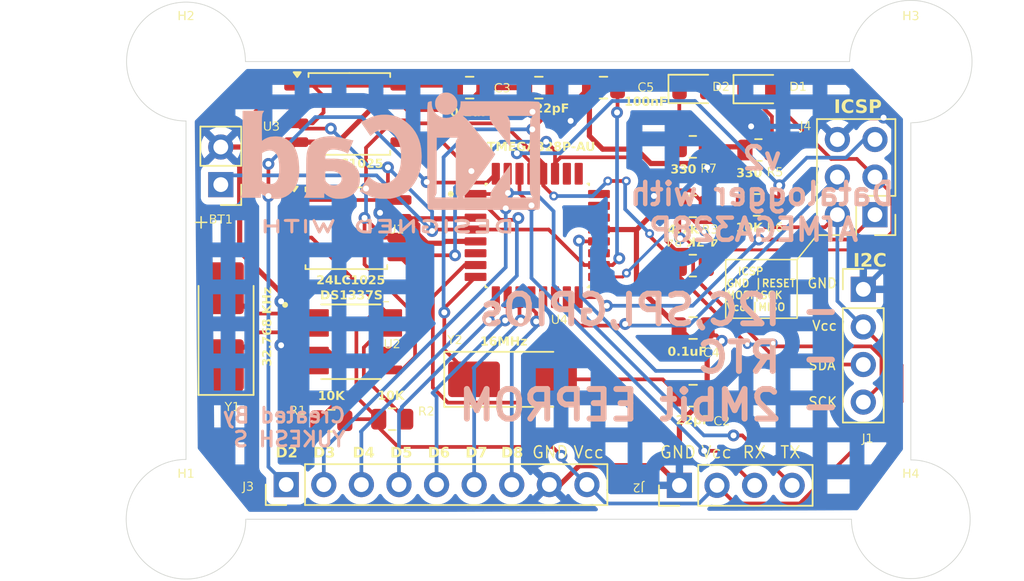
<source format=kicad_pcb>
(kicad_pcb (version 20241229) (generator "pcbnew") (generator_version "9.0")
  (title_block (title "MCU Datalogger with memory and Clock") (date "2025-12-15") (rev "1") (company "YUKESH.S  2024104010") (comment 1 "2 layer PCB version."))
  (layers (0 "F.Cu" mixed) (2 "B.Cu" mixed) (13 "F.Paste" user) (15 "B.Paste" user) (5 "F.SilkS" user "F.Silkscreen") (7 "B.SilkS" user "B.Silkscreen") (1 "F.Mask" user) (3 "B.Mask" user) (25 "Edge.Cuts" user))
  (net 0 "")
  (net 1 "GND")
  (net 2 "/Vcc")
  (net 3 "Net-(U4-PB6)")
  (net 4 "Net-(U4-PB7)")
  (net 5 "Net-(U4-AREF)")
  (net 6 "/SCK")
  (net 7 "Net-(D1-K)")
  (net 8 "Net-(D2-K)")
  (net 9 "/SDA")
  (net 10 "/RX")
  (net 11 "/TX")
  (net 12 "/D4")
  (net 13 "/D2")
  (net 14 "/D7")
  (net 15 "/D3")
  (net 16 "/D8")
  (net 17 "/D6")
  (net 18 "/D5")
  (net 19 "/MISO")
  (net 20 "/MOSI")
  (net 21 "/RESET")
  (net 22 "Net-(U2-~{INTA})")
  (net 23 "Net-(U2-SQW{slash}~INT)")
  (net 24 "Net-(U2-X1)")
  (net 25 "Net-(U2-X2)")
  (net 35 "/SCL")
  (footprint "MountingHole:MountingHole_2.1mm" (layer "F.Cu") (at 149.984735 123.438)
    (property "Reference" "H4")
    (property "Value" "MountingHole" (hide yes))
  )
  (footprint "Connector_PinHeader_2.54mm:PinHeader_2x03_P2.54mm_Vertical" (layer "F.Cu") (at 147.5617 102.859 180)
    (property "Reference" "J4")
    (property "Value" "Conn_02x03_Odd_Even" (hide yes))
  )
  (footprint "Resistor_SMD:R_0805_2012Metric" (layer "F.Cu") (at 135.2539 98.2746)
    (property "Reference" "R7")
    (property "Value" "330")
  )
  (footprint "LED_SMD:LED_0805_2012Metric" (layer "F.Cu") (at 139.6875 94.375)
    (property "Reference" "D1")
    (property "Value" "LED" (hide yes))
  )
  (footprint "Resistor_SMD:R_0805_2012Metric" (layer "F.Cu") (at 139.5859 102.1982)
    (property "Reference" "R6")
    (property "Value" "10K")
  )
  (footprint "MountingHole:MountingHole_2.1mm" (layer "F.Cu") (at 149.984735 92.513)
    (property "Reference" "H3")
    (property "Value" "MountingHole" (hide yes))
  )
  (footprint "Capacitor_SMD:C_0805_2012Metric" (layer "F.Cu") (at 120.1755 94.2738)
    (property "Reference" "C1")
    (property "Value" "0.1uF")
  )
  (footprint "Capacitor_SMD:C_0805_2012Metric" (layer "F.Cu") (at 124.8491 94.2738 180)
    (property "Reference" "C3")
    (property "Value" "22pF")
  )
  (footprint "Package_SO:SOIC-8_5.3x5.3mm_P1.27mm" (layer "F.Cu") (at 112.0475 96.0518)
    (property "Reference" "U3")
    (property "Value" "24LC1025")
  )
  (footprint "Resistor_SMD:R_0805_2012Metric" (layer "F.Cu") (at 135.2539 102.2878)
    (property "Reference" "R3")
    (property "Value" "4.7K")
  )
  (footprint "Resistor_SMD:R_0805_2012Metric" (layer "F.Cu") (at 139.6875 98.4898)
    (property "Reference" "R5")
    (property "Value" "330")
  )
  (footprint "Connector_PinHeader_2.54mm:PinHeader_1x02_P2.54mm_Vertical" (layer "F.Cu") (at 103.3607 100.827 180)
    (property "Reference" "BT1")
    (property "Value" "Battery" (hide yes))
  )
  (footprint "Resistor_SMD:R_0805_2012Metric" (layer "F.Cu") (at 110.8283 116.7782 180)
    (property "Reference" "R1")
    (property "Value" "10K")
  )
  (footprint "LED_SMD:LED_0805_2012Metric" (layer "F.Cu") (at 135.2939 94.363)
    (property "Reference" "D2")
    (property "Value" "LED" (hide yes))
  )
  (footprint "Capacitor_SMD:C_0805_2012Metric" (layer "F.Cu") (at 135.2739 115.0894)
    (property "Reference" "C2")
    (property "Value" "22pF")
  )
  (footprint "Footprints:RT-CLOCK_SOIC127P600X175-8N" (layer "F.Cu") (at 112.1491 111.4442)
    (property "Reference" "U2")
    (property "Value" "DS1337S_")
  )
  (footprint "Footprints:ATMEGA328P-AUQFP80P900X900X120-32N" (layer "F.Cu") (at 124.7439 104.263)
    (property "Reference" "U4")
    (property "Value" "ATMEGA328P-AU")
  )
  (footprint "Connector_PinHeader_2.54mm:PinHeader_1x09_P2.54mm_Vertical" (layer "F.Cu") (at 107.7803 121.0962 90)
    (property "Reference" "J3")
    (property "Value" "Conn_01x09_Pin" (hide yes))
  )
  (footprint "Crystal:Crystal_SMD_5032-2Pin_5.0x3.2mm_HandSoldering" (layer "F.Cu") (at 103.7163 110.4282 90)
    (property "Reference" "Y1")
    (property "Value" "32.768 KHz")
  )
  (footprint "Crystal:Crystal_SMD_5032-2Pin_5.0x3.2mm_HandSoldering" (layer "F.Cu") (at 123.0711 113.9842)
    (property "Reference" "Y2")
    (property "Value" "16MHz")
  )
  (footprint "Connector_PinHeader_2.54mm:PinHeader_1x04_P2.54mm_Vertical" (layer "F.Cu") (at 134.3487 121.147 90)
    (property "Reference" "J2")
    (property "Value" "Conn_01x04_Pin" (hide yes))
  )
  (footprint "Connector_PinHeader_2.54mm:PinHeader_1x04_P2.54mm_Vertical" (layer "F.Cu") (at 146.7739 107.903)
    (property "Reference" "J1")
    (property "Value" "Conn_01x04_Pin" (hide yes))
  )
  (footprint "Resistor_SMD:R_0805_2012Metric" (layer "F.Cu") (at 114.9431 116.6766)
    (property "Reference" "R2")
    (property "Value" "10K")
  )
  (footprint "MountingHole:MountingHole_2.1mm" (layer "F.Cu") (at 101.009735 123.438)
    (property "Reference" "H1")
    (property "Value" "MountingHole" (hide yes))
  )
  (footprint "MountingHole:MountingHole_2.1mm" (layer "F.Cu") (at 101.009735 92.513)
    (property "Reference" "H2")
    (property "Value" "MountingHole" (hide yes))
  )
  (footprint "Package_SO:SOIC-8_5.3x5.3mm_P1.27mm" (layer "F.Cu") (at 111.8443 103.7734)
    (property "Reference" "U1")
    (property "Value" "24LC1025")
  )
  (footprint "Capacitor_SMD:C_0805_2012Metric" (layer "F.Cu") (at 135.2739 110.5174)
    (property "Reference" "C4")
    (property "Value" "0.1uF")
  )
  (footprint "Capacitor_SMD:C_0805_2012Metric" (layer "F.Cu") (at 129.2179 94.2738 180)
    (property "Reference" "C5")
    (property "Value" "100nF")
  )
  (footprint "Resistor_SMD:R_0805_2012Metric" (layer "F.Cu") (at 135.2539 106.301 180)
    (property "Reference" "R4")
    (property "Value" "4.7K")
  )
  (footprint "Symbol:KiCad-Logo2_8mm_SilkScreen" (layer "B.Cu") (at 114.8075 98.5418 180)
    (property "Reference" "REF**" (hide yes))
    (property "Value" "KiCad-Logo2_8mm_SilkScreen" (hide yes))
  )
  (gr_line (start 142.3035 105.893) (end 143.6417 104.239) (stroke (width 0.1)) (layer "F.SilkS"))
  (gr_rect (start 137.4775 105.893) (end 142.3035 109.855) (stroke (width 0.1)) (fill no) (layer "F.SilkS"))
  (gr_line (start 105.05 123.438) (end 145.975 123.438) (stroke (width 0.05)) (layer "Edge.Cuts"))
  (gr_arc (start 145.85 92.513) (mid 152.908434 89.589301) (end 149.984735 96.647735) (stroke (width 0.05)) (layer "Edge.Cuts"))
  (gr_arc (start 101.009735 96.528265) (mid 98.170514 89.673779) (end 105.025 92.513) (stroke (width 0.05)) (layer "Edge.Cuts"))
  (gr_line (start 101.009735 119.397735) (end 101.009735 96.528265) (stroke (width 0.05)) (layer "Edge.Cuts"))
  (gr_arc (start 149.984735 119.428265) (mid 152.820046 126.273311) (end 145.975 123.438) (stroke (width 0.05)) (layer "Edge.Cuts"))
  (gr_arc (start 105.05 123.438) (mid 98.152836 126.294899) (end 101.009735 119.397735) (stroke (width 0.05)) (layer "Edge.Cuts"))
  (gr_line (start 149.984735 96.647699) (end 149.984735 119.428265) (stroke (width 0.05)) (layer "Edge.Cuts"))
  (gr_line (start 105.025005 92.513) (end 145.85 92.513) (stroke (width 0.05)) (layer "Edge.Cuts"))
  (gr_text "SCK" (at 143.002 115.9 0) (layer "F.SilkS") (effects (font (size 0.65 0.65) (thickness 0.1)) (justify left bottom)))
  (gr_text "TX" (at 141.097 119.38 0) (layer "F.SilkS") (effects (font (size 0.8 0.8) (thickness 0.1)) (justify left bottom)))
  (gr_text "ICSP" (at 144.78 96.139 0) (layer "F.SilkS") (effects (font (size 0.9 0.9) (thickness 0.1)) (justify left bottom)))
  (gr_text "D5" (at 114.808 119.38 0) (layer "F.SilkS") (effects (font (size 0.7 0.7) (thickness 0.1)) (justify left bottom)))
  (gr_text "Vcc" (at 127.127 119.38 0) (layer "F.SilkS") (effects (font (size 0.8 0.8) (thickness 0.1)) (justify left bottom)))
  (gr_text "I2C" (at 146.0839 106.523 0) (layer "F.SilkS") (effects (font (size 0.9 0.9) (thickness 0.1)) (justify left bottom)))
  (gr_text "SDA" (at 143.002 113.411 0) (layer "F.SilkS") (effects (font (size 0.65 0.65) (thickness 0.1)) (justify left bottom)))
  (gr_text "  ICSP\nGND |RESET\nMOSI|SCK\nVcc |MISO" (at 137.4775 109.398 0) (layer "F.SilkS") (effects (font (size 0.5 0.5) (thickness 0.1)) (justify left bottom)))
  (gr_text "D4" (at 112.268 119.38 0) (layer "F.SilkS") (effects (font (size 0.7 0.7) (thickness 0.1)) (justify left bottom)))
  (gr_text "GND" (at 132.9687 119.38 0) (layer "F.SilkS") (effects (font (size 0.8 0.8) (thickness 0.1)) (justify left bottom)))
  (gr_text "RX" (at 138.557 119.38 0) (layer "F.SilkS") (effects (font (size 0.8 0.8) (thickness 0.1)) (justify left bottom)))
  (gr_text "GND" (at 124.333 119.38 0) (layer "F.SilkS") (effects (font (size 0.8 0.8) (thickness 0.1)) (justify left bottom)))
  (gr_text "D8" (at 122.301 119.38 0) (layer "F.SilkS") (effects (font (size 0.7 0.7) (thickness 0.1)) (justify left bottom)))
  (gr_text "D2" (at 107.061 119.38 0) (layer "F.SilkS") (effects (font (size 0.7 0.7) (thickness 0.1)) (justify left bottom)))
  (gr_text "D7" (at 119.888 119.38 0) (layer "F.SilkS") (effects (font (size 0.7 0.7) (thickness 0.1)) (justify left bottom)))
  (gr_text "Vcc" (at 143.256 110.744 0) (layer "F.SilkS") (effects (font (size 0.65 0.65) (thickness 0.1)) (justify left bottom)))
  (gr_text "GND" (at 142.9385 107.874 0) (layer "F.SilkS") (effects (font (size 0.65 0.65) (thickness 0.1)) (justify left bottom)))
  (gr_text "D3" (at 109.601 119.38 0) (layer "F.SilkS") (effects (font (size 0.7 0.7) (thickness 0.1)) (justify left bottom)))
  (gr_text "+" (at 101.346 103.886 0) (layer "F.SilkS") (effects (font (size 1 1) (thickness 0.1)) (justify left bottom)))
  (gr_text "Vcc" (at 135.763 119.38 0) (layer "F.SilkS") (effects (font (size 0.8 0.8) (thickness 0.1)) (justify left bottom)))
  (gr_text "D6" (at 117.348 119.38 0) (layer "F.SilkS") (effects (font (size 0.7 0.7) (thickness 0.1)) (justify left bottom)))
  (gr_text "- I2C,SPI,GPIOs\n- RTC\n- 2Mbit EEPROM" (at 145.3939 116.903 0) (layer "B.SilkS") (effects (font (size 2 2) (thickness 0.4) (bold yes)) (justify left bottom mirror)))
  (gr_text "v2 \nDatalogger with \nATMEGA328P" (at 139.358836 101.4632 0) (layer "B.SilkS") (effects (font (size 1.5 1.5) (thickness 0.3) (bold yes)) (justify mirror)))
  (gr_text "Created By \nYUKESH S" (at 111.887 118.618 0) (layer "B.SilkS") (effects (font (size 1 1) (thickness 0.2) (bold yes)) (justify left bottom mirror)))
  (segment (start 109.1001 113.3492) (end 107.4339 111.683) (width 0.35) (layer "F.Cu") (net 1))
  (segment (start 136.2239 112.4174) (end 134.3239 110.5174) (width 0.35) (layer "F.Cu") (net 1))
  (segment (start 127 96.52) (end 127 95.5417) (width 0.35) (layer "F.Cu") (net 1))
  (segment (start 131.445 103.886) (end 131.468 103.863) (width 0.35) (layer "F.Cu") (net 1))
  (segment (start 136.2239 98.3321) (end 136.1664 98.2746) (width 0.35) (layer "F.Cu") (net 1))
  (segment (start 135.0404 99.4006) (end 132.413359 99.4006) (width 0.35) (layer "F.Cu") (net 1))
  (segment (start 106.2309 95.4168) (end 108.46 95.4168) (width 0.35) (layer "F.Cu") (net 1))
  (segment (start 111.277732 97.9568) (end 113.817732 95.4168) (width 0.35) (layer "F.Cu") (net 1))
  (segment (start 123.8991 94.2738) (end 123.8991 95.386248) (width 0.35) (layer "F.Cu") (net 1))
  (segment (start 136.2239 99.663) (end 136.2239 98.3321) (width 0.35) (layer "F.Cu") (net 1))
  (segment (start 115.4318 103.1384) (end 114.525974 103.1384) (width 0.35) (layer "F.Cu") (net 1))
  (segment (start 145.0217 97.779) (end 146.4977 96.303) (width 0.35) (layer "F.Cu") (net 1))
  (segment (start 133.0219 119.8202) (end 134.3487 121.147) (width 0.35) (layer "F.Cu") (net 1))
  (segment (start 115.959999 95.741799) (end 115.635 95.4168) (width 0.35) (layer "F.Cu") (net 1))
  (segment (start 126.295763 121.0962) (end 127.571763 119.8202) (width 0.35) (layer "F.Cu") (net 1))
  (segment (start 115.4318 103.1384) (end 120.4985 103.1384) (width 0.35) (layer "F.Cu") (net 1))
  (segment (start 114.525974 103.1384) (end 114.119781 102.732207) (width 0.35) (layer "F.Cu") (net 1))
  (segment (start 128.9139 103.863) (end 131.191 103.863) (width 0.35) (layer "F.Cu") (net 1))
  (segment (start 107.4339 106.5013) (end 108.2568 105.6784) (width 0.35) (layer "F.Cu") (net 1))
  (segment (start 131.445 107.6385) (end 131.445 103.886) (width 0.35) (layer "F.Cu") (net 1))
  (segment (start 132.413359 99.4006) (end 131.443759 98.431) (width 0.35) (layer "F.Cu") (net 1))
  (segment (start 131.468 103.863) (end 132.6279 102.7031) (width 0.35) (layer "F.Cu") (net 1))
  (segment (start 104.6367 99.563) (end 103.3607 98.287) (width 0.35) (layer "F.Cu") (net 1))
  (segment (start 134.3239 110.5174) (end 131.445 107.6385) (width 0.35) (layer "F.Cu") (net 1))
  (segment (start 136.1664 98.2746) (end 135.0404 99.4006) (width 0.35) (layer "F.Cu") (net 1))
  (segment (start 131.443759 98.431) (end 129.1619 98.431) (width 0.35) (layer "F.Cu") (net 1))
  (segment (start 119.657501 95.741799) (end 115.959999 95.741799) (width 0.35) (layer "F.Cu") (net 1))
  (segment (start 121.1255 94.2738) (end 119.657501 95.741799) (width 0.35) (layer "F.Cu") (net 1))
  (segment (start 107.4339 108.132864) (end 104.6367 105.335664) (width 0.35) (layer "F.Cu") (net 1))
  (segment (start 116.6703 103.564401) (end 116.244299 103.1384) (width 0.35) (layer "F.Cu") (net 1))
  (segment (start 136.1664 98.2746) (end 138.5598 98.2746) (width 0.35) (layer "F.Cu") (net 1))
  (segment (start 120.4985 103.1384) (end 120.5739 103.063) (width 0.35) (layer "F.Cu") (net 1))
  (segment (start 107.4339 108.713) (end 107.4339 106.5013) (width 0.35) (layer "F.Cu") (net 1))
  (segment (start 127.571763 119.8202) (end 133.0219 119.8202) (width 0.35) (layer "F.Cu") (net 1))
  (segment (start 117.296759 104.7894) (end 116.6703 104.162941) (width 0.35) (layer "F.Cu") (net 1))
  (segment (start 132.6279 102.7031) (end 132.6279 101.593969) (width 0.35) (layer "F.Cu") (net 1))
  (segment (start 136.2239 115.0894) (end 134.3487 116.9646) (width 0.35) (layer "F.Cu") (net 1))
  (segment (start 109.6741 113.3492) (end 109.1001 113.3492) (width 0.35) (layer "F.Cu") (net 1))
  (segment (start 113.817732 95.4168) (end 115.635 95.4168) (width 0.35) (layer "F.Cu") (net 1))
  (segment (start 136.2239 115.0894) (end 136.2239 112.4174) (width 0.35) (layer "F.Cu") (net 1))
  (segment (start 127 95.5417) (end 128.2679 94.2738) (width 0.35) (layer "F.Cu") (net 1))
  (segment (start 139.1939 96.893) (end 139.1939 98.0709) (width 0.35) (layer "F.Cu") (net 1))
  (segment (start 139.1939 98.0709) (end 138.775 98.4898) (width 0.35) (layer "F.Cu") (net 1))
  (segment (start 134.3487 116.9646) (end 134.3487 121.147) (width 0.35) (layer "F.Cu") (net 1))
  (segment (start 108.46 97.9568) (end 111.277732 97.9568) (width 0.35) (layer "F.Cu") (net 1))
  (segment (start 116.244299 103.1384) (end 115.4318 103.1384) (width 0.35) (layer "F.Cu") (net 1))
  (segment (start 121.1255 94.2738) (end 123.8991 94.2738) (width 0.35) (layer "F.Cu") (net 1))
  (segment (start 128.2679 97.537) (end 128.2679 94.2738) (width 0.35) (layer "F.Cu") (net 1))
  (segment (start 146.4977 96.303) (end 148.1439 96.303) (width 0.35) (layer "F.Cu") (net 1))
  (segment (start 107.4339 108.713) (end 107.4339 108.132864) (width 0.35) (layer "F.Cu") (net 1))
  (segment (start 118.507441 104.663) (end 118.381041 104.7894) (width 0.35) (layer "F.Cu") (net 1))
  (segment (start 103.3607 98.287) (end 108.1298 98.287) (width 0.35) (layer "F.Cu") (net 1))
  (segment (start 108.1298 98.287) (end 108.46 97.9568) (width 0.35) (layer "F.Cu") (net 1))
  (segment (start 118.381041 104.7894) (end 117.296759 104.7894) (width 0.35) (layer "F.Cu") (net 1))
  (segment (start 116.6703 104.162941) (end 116.6703 103.564401) (width 0.35) (layer "F.Cu") (net 1))
  (segment (start 125.5603 121.0962) (end 126.295763 121.0962) (width 0.35) (layer "F.Cu") (net 1))
  (segment (start 129.1619 98.431) (end 128.2679 97.537) (width 0.35) (layer "F.Cu") (net 1))
  (segment (start 131.191 103.863) (end 131.468 103.863) (width 0.35) (layer "F.Cu") (net 1))
  (segment (start 138.5598 98.2746) (end 138.775 98.4898) (width 0.35) (layer "F.Cu") (net 1))
  (segment (start 103.3607 98.287) (end 106.2309 95.4168) (width 0.35) (layer "F.Cu") (net 1))
  (segment (start 120.5739 104.663) (end 118.507441 104.663) (width 0.35) (layer "F.Cu") (net 1))
  (segment (start 104.6367 105.335664) (end 104.6367 99.563) (width 0.35) (layer "F.Cu") (net 1))
  (segment (start 123.8991 95.386248) (end 124.421512 95.90866) (width 0.35) (layer "F.Cu") (net 1))
  (via (at 107.4339 108.713) (size 0.9) (drill 0.4) (layers "F.Cu" "B.Cu") (net 1))
  (via (at 107.4339 111.683) (size 0.9) (drill 0.4) (layers "F.Cu" "B.Cu") (net 1))
  (via (at 127 96.52) (size 0.9) (drill 0.4) (layers "F.Cu" "B.Cu") (net 1))
  (via (at 136.2239 99.663) (size 0.9) (drill 0.4) (layers "F.Cu" "B.Cu") (net 1))
  (via (at 139.1939 96.893) (size 0.9) (drill 0.4) (layers "F.Cu" "B.Cu") (net 1))
  (via (at 132.6279 101.593969) (size 0.9) (drill 0.4) (layers "F.Cu" "B.Cu") (net 1))
  (via (at 124.421512 95.90866) (size 0.9) (drill 0.4) (layers "F.Cu" "B.Cu") (net 1))
  (via (at 114.119781 102.732207) (size 0.9) (drill 0.4) (layers "F.Cu" "B.Cu") (net 1))
  (via (at 148.1439 96.303) (size 0.8) (drill 0.4) (layers "F.Cu" "B.Cu") (net 1))
  (segment (start 146.7739 107.903) (end 146.5339 107.903) (width 0.35) (layer "B.Cu") (net 1))
  (segment (start 148.1439 96.303) (end 148.8377 96.9968) (width 0.35) (layer "B.Cu") (net 1))
  (segment (start 144.1357 96.893) (end 139.1939 96.893) (width 0.35) (layer "B.Cu") (net 1))
  (segment (start 146.5339 107.903) (end 146.3139 108.123) (width 0.35) (layer "B.Cu") (net 1))
  (segment (start 114.119781 102.732207) (end 114.119781 103.577119) (width 0.35) (layer "B.Cu") (net 1))
  (segment (start 108.9839 108.713) (end 107.4339 108.713) (width 0.35) (layer "B.Cu") (net 1))
  (segment (start 148.8377 105.8392) (end 146.7739 107.903) (width 0.35) (layer "B.Cu") (net 1))
  (segment (start 145.0217 97.779) (end 144.1357 96.893) (width 0.35) (layer "B.Cu") (net 1))
  (segment (start 107.4339 111.683) (end 107.4339 108.713) (width 0.35) (layer "B.Cu") (net 1))
  (segment (start 132.6279 101.593969) (end 134.292931 101.593969) (width 0.35) (layer "B.Cu") (net 1))
  (segment (start 134.292931 101.593969) (end 136.2239 99.663) (width 0.35) (layer "B.Cu") (net 1))
  (segment (start 148.8377 96.9968) (end 148.8377 105.8392) (width 0.35) (layer "B.Cu") (net 1))
  (segment (start 126.38866 95.90866) (end 127 96.52) (width 0.35) (layer "B.Cu") (net 1))
  (segment (start 114.119781 103.577119) (end 108.9839 108.713) (width 0.35) (layer "B.Cu") (net 1))
  (segment (start 124.421512 95.90866) (end 126.38866 95.90866) (width 0.35) (layer "B.Cu") (net 1))
  (segment (start 134.3414 102.2878) (end 134.3414 104.3975) (width 0.25) (layer "F.Cu") (net 2))
  (segment (start 144.1717 103.709) (end 145.0217 102.859) (width 0.25) (layer "F.Cu") (net 2))
  (segment (start 108.2568 104.4084) (end 109.4933 104.4084) (width 0.25) (layer "F.Cu") (net 2))
  (segment (start 120.5739 103.863) (end 125.512522 103.863) (width 0.25) (layer "F.Cu") (net 2))
  (segment (start 136.2314 94.363) (end 135.1554 93.287) (width 0.25) (layer "F.Cu") (net 2))
  (segment (start 129.831911 106.263) (end 128.9139 106.263) (width 0.25) (layer "F.Cu") (net 2))
  (segment (start 130.1679 94.2738) (end 130.1679 95.919) (width 0.25) (layer "F.Cu") (net 2))
  (segment (start 130.285003 105.809908) (end 129.831911 106.263) (width 0.25) (layer "F.Cu") (net 2))
  (segment (start 135.1554 93.287) (end 131.1547 93.287) (width 0.25) (layer "F.Cu") (net 2))
  (segment (start 140.1842 103.709) (end 144.1717 103.709) (width 0.25) (layer "F.Cu") (net 2))
  (segment (start 136.8887 121.147) (end 138.1147 122.373) (width 0.25) (layer "F.Cu") (net 2))
  (segment (start 114.6539 101.0905) (end 114.6539 99.663) (width 0.25) (layer "F.Cu") (net 2))
  (segment (start 109.5701 96.6868) (end 110.3039 95.953) (width 0.25) (layer "F.Cu") (net 2))
  (segment (start 125.7739 118.553) (end 115.3439 118.553) (width 0.25) (layer "F.Cu") (net 2))
  (segment (start 115.3439 118.553) (end 113.8139 117.023) (width 0.25) (layer "F.Cu") (net 2))
  (segment (start 110.3039 94.8468) (end 109.6039 94.1468) (width 0.25) (layer "F.Cu") (net 2))
  (segment (start 134.780936 104.45) (end 136.1664 105.835464) (width 0.25) (layer "F.Cu") (net 2))
  (segment (start 138.1147 122.373) (end 142.476526 122.373) (width 0.25) (layer "F.Cu") (net 2))
  (segment (start 108.2568 101.8684) (end 115.4318 101.8684) (width 0.25) (layer "F.Cu") (net 2))
  (segment (start 113.8139 116.7099) (end 114.0639 116.7099) (width 0.25) (layer "F.Cu") (net 2))
  (segment (start 115.4318 101.8684) (end 114.6539 101.0905) (width 0.25) (layer "F.Cu") (net 2))
  (segment (start 131.1547 93.287) (end 130.1679 94.2738) (width 0.25) (layer "F.Cu") (net 2))
  (segment (start 120.5739 103.863) (end 117.7393 103.863) (width 0.25) (layer "F.Cu") (net 2))
  (segment (start 138.6734 102.1982) (end 140.1842 103.709) (width 0.25) (layer "F.Cu") (net 2))
  (segment (start 114.0639 116.7099) (end 114.0306 116.6766) (width 0.25) (layer "F.Cu") (net 2))
  (segment (start 110.3039 95.953) (end 110.3039 94.8468) (width 0.25) (layer "F.Cu") (net 2))
  (segment (start 134.3414 104.3975) (end 134.3939 104.45) (width 0.25) (layer "F.Cu") (net 2))
  (segment (start 117.7393 103.863) (end 117.6389 103.9634) (width 0.25) (layer "F.Cu") (net 2))
  (segment (start 114.0306 116.6766) (end 111.8424 116.6766) (width 0.25) (layer "F.Cu") (net 2))
  (segment (start 113.8139 117.023) (end 113.8139 116.7099) (width 0.25) (layer "F.Cu") (net 2))
  (segment (start 149.358735 115.490791) (end 149.358735 113.027835) (width 0.25) (layer "F.Cu") (net 2))
  (segment (start 130.1679 95.919) (end 130.1339 95.953) (width 0.25) (layer "F.Cu") (net 2))
  (segment (start 109.4933 104.4084) (end 114.6241 109.5392) (width 0.25) (layer "F.Cu") (net 2))
  (segment (start 112.5229 115.1689) (end 114.0306 116.6766) (width 0.25) (layer "F.Cu") (net 2))
  (segment (start 111.8424 116.6766) (end 111.7408 116.7782) (width 0.25) (layer "F.Cu") (net 2))
  (segment (start 149.358735 113.027835) (end 146.7739 110.443) (width 0.25) (layer "F.Cu") (net 2))
  (segment (start 126.3739 119.153) (end 125.7739 118.553) (width 0.25) (layer "F.Cu") (net 2))
  (segment (start 125.512522 103.863) (end 127.912522 106.263) (width 0.25) (layer "F.Cu") (net 2))
  (segment (start 119.0985 94.1468) (end 119.2255 94.2738) (width 0.25) (layer "F.Cu") (net 2))
  (segment (start 134.3939 104.45) (end 134.780936 104.45) (width 0.25) (layer "F.Cu") (net 2))
  (segment (start 127.912522 106.263) (end 128.9139 106.263) (width 0.25) (layer "F.Cu") (net 2))
  (segment (start 108.46 96.6868) (end 109.5701 96.6868) (width 0.25) (layer "F.Cu") (net 2))
  (segment (start 136.1664 105.835464) (end 136.1664 106.301) (width 0.25) (layer "F.Cu") (net 2))
  (segment (start 108.2568 103.1384) (end 108.2568 104.4084) (width 0.25) (layer "F.Cu") (net 2))
  (segment (start 108.46 94.1468) (end 115.635 94.1468) (width 0.25) (layer "F.Cu") (net 2))
  (segment (start 109.6039 94.1468) (end 108.46 94.1468) (width 0.25) (layer "F.Cu") (net 2))
  (segment (start 138.6734 102.1982) (end 137.5078 103.3638) (width 0.25) (layer "F.Cu") (net 2))
  (segment (start 110.7939 97.043) (end 108.8162 97.043) (width 0.25) (layer "F.Cu") (net 2))
  (segment (start 114.6241 109.5392) (end 113.6391 109.5392) (width 0.25) (layer "F.Cu") (net 2))
  (segment (start 113.6391 109.5392) (end 112.5229 110.6554) (width 0.25) (layer "F.Cu") (net 2))
  (segment (start 137.5078 103.3638) (end 135.4174 103.3638) (width 0.25) (layer "F.Cu") (net 2))
  (segment (start 142.476526 122.373) (end 149.358735 115.490791) (width 0.25) (layer "F.Cu") (net 2))
  (segment (start 112.5229 110.6554) (end 112.5229 115.1689) (width 0.25) (layer "F.Cu") (net 2))
  (segment (start 108.8162 97.043) (end 108.46 96.6868) (width 0.25) (layer "F.Cu") (net 2))
  (segment (start 108.2568 101.8684) (end 108.2568 103.1384) (width 0.25) (layer "F.Cu") (net 2))
  (segment (start 115.635 94.1468) (end 119.0985 94.1468) (width 0.25) (layer "F.Cu") (net 2))
  (segment (start 135.4174 103.3638) (end 134.3414 102.2878) (width 0.25) (layer "F.Cu") (net 2))
  (via (at 114.6539 99.663) (size 0.8) (drill 0.4) (layers "F.Cu" "B.Cu") (net 2))
  (via (at 126.3739 119.153) (size 0.8) (drill 0.4) (layers "F.Cu" "B.Cu") (net 2))
  (via (at 110.7939 97.043) (size 0.8) (drill 0.4) (layers "F.Cu" "B.Cu") (net 2))
  (via (at 130.285003 105.809908) (size 0.8) (drill 0.4) (layers "F.Cu" "B.Cu") (net 2))
  (via (at 117.6389 103.9634) (size 0.8) (drill 0.4) (layers "F.Cu" "B.Cu") (net 2))
  (via (at 134.3939 104.45) (size 0.8) (drill 0.4) (layers "F.Cu" "B.Cu") (net 2))
  (via (at 130.1339 95.953) (size 0.8) (drill 0.4) (layers "F.Cu" "B.Cu") (net 2))
  (segment (start 114.6539 99.663) (end 113.4139 99.663) (width 0.25) (layer "B.Cu") (net 2))
  (segment (start 103.9847 100.203) (end 103.3607 100.827) (width 0.25) (layer "B.Cu") (net 2))
  (segment (start 117.6389 103.9634) (end 117.6389 102.648) (width 0.25) (layer "B.Cu") (net 2))
  (segment (start 113.8785 100.203) (end 103.9847 100.203) (width 0.25) (layer "B.Cu") (net 2))
  (segment (start 130.1339 95.953) (end 130.1339 105.658805) (width 0.25) (layer "B.Cu") (net 2))
  (segment (start 117.6389 103.9634) (end 113.8785 100.203) (width 0.25) (layer "B.Cu") (net 2))
  (segment (start 113.4139 99.663) (end 110.7939 97.043) (width 0.25) (layer "B.Cu") (net 2))
  (segment (start 134.3939 104.45) (end 134.3939 104.563) (width 0.25) (layer "B.Cu") (net 2))
  (segment (start 126.3739 119.3698) (end 128.1003 121.0962) (width 0.25) (layer "B.Cu") (net 2))
  (segment (start 145.0217 102.859) (end 145.0217 108.6908) (width 0.25) (layer "B.Cu") (net 2))
  (segment (start 129.3771 122.373) (end 128.1003 121.0962) (width 0.25) (layer "B.Cu") (net 2))
  (segment (start 126.3739 119.153) (end 126.3739 119.3698) (width 0.25) (layer "B.Cu") (net 2))
  (segment (start 145.0217 108.6908) (end 146.7739 110.443) (width 0.25) (layer "B.Cu") (net 2))
  (segment (start 130.1339 105.658805) (end 130.285003 105.809908) (width 0.25) (layer "B.Cu") (net 2))
  (segment (start 117.6389 102.648) (end 114.6539 99.663) (width 0.25) (layer "B.Cu") (net 2))
  (segment (start 135.6627 122.373) (end 129.3771 122.373) (width 0.25) (layer "B.Cu") (net 2))
  (segment (start 136.8887 121.147) (end 135.6627 122.373) (width 0.25) (layer "B.Cu") (net 2))
  (segment (start 124.0951 115.5602) (end 125.6711 113.9842) (width 0.25) (layer "F.Cu") (net 3))
  (segment (start 120.5739 106.263) (end 119.8389 106.263) (width 0.25) (layer "F.Cu") (net 3))
  (segment (start 119.8389 106.263) (end 117.6879 108.414) (width 0.25) (layer "F.Cu") (net 3))
  (segment (start 118.704874 115.5602) (end 124.0951 115.5602) (width 0.25) (layer "F.Cu") (net 3))
  (segment (start 125.6711 113.9842) (end 133.2187 113.9842) (width 0.25) (layer "F.Cu") (net 3))
  (segment (start 117.6879 108.414) (end 117.6879 114.543226) (width 0.25) (layer "F.Cu") (net 3))
  (segment (start 117.6879 114.543226) (end 118.704874 115.5602) (width 0.25) (layer "F.Cu") (net 3))
  (segment (start 133.2187 113.9842) (end 134.3239 115.0894) (width 0.25) (layer "F.Cu") (net 3))
  (segment (start 118.4639 109.173) (end 118.4639 109.463) (width 0.25) (layer "F.Cu") (net 4))
  (segment (start 118.4639 111.977) (end 118.4639 109.463) (width 0.25) (layer "F.Cu") (net 4))
  (segment (start 120.5739 107.063) (end 118.4639 109.173) (width 0.25) (layer "F.Cu") (net 4))
  (segment (start 125.7991 94.2738) (end 125.7991 95.6978) (width 0.25) (layer "F.Cu") (net 4))
  (segment (start 125.7991 95.6978) (end 124.4039 97.093) (width 0.25) (layer "F.Cu") (net 4))
  (segment (start 120.4711 113.9842) (end 118.4639 111.977) (width 0.25) (layer "F.Cu") (net 4))
  (via (at 124.4039 97.093) (size 0.8) (drill 0.4) (layers "F.Cu" "B.Cu") (net 4))
  (via (at 118.4639 109.463) (size 0.8) (drill 0.4) (layers "F.Cu" "B.Cu") (net 4))
  (segment (start 120.2939 97.093) (end 118.4139 98.973) (width 0.25) (layer "B.Cu") (net 4))
  (segment (start 118.4139 98.973) (end 118.4139 109.413) (width 0.25) (layer "B.Cu") (net 4))
  (segment (start 118.4139 109.413) (end 118.4639 109.463) (width 0.25) (layer "B.Cu") (net 4))
  (segment (start 124.4039 97.093) (end 120.2939 97.093) (width 0.25) (layer "B.Cu") (net 4))
  (segment (start 136.721908 111.015408) (end 136.2239 110.5174) (width 0.25) (layer "F.Cu") (net 5))
  (segment (start 127.6139 104.663) (end 127.5639 104.613) (width 0.25) (layer "F.Cu") (net 5))
  (segment (start 136.846308 111.015408) (end 136.721908 111.015408) (width 0.25) (layer "F.Cu") (net 5))
  (segment (start 137.2139 111.383) (end 136.846308 111.015408) (width 0.25) (layer "F.Cu") (net 5))
  (segment (start 128.9139 104.663) (end 127.6139 104.663) (width 0.25) (layer "F.Cu") (net 5))
  (via (at 137.2139 111.383) (size 0.8) (drill 0.4) (layers "F.Cu" "B.Cu") (net 5))
  (via (at 127.5639 104.613) (size 0.8) (drill 0.4) (layers "F.Cu" "B.Cu") (net 5))
  (segment (start 127.68533 108.38443) (end 127.68533 104.73443) (width 0.25) (layer "B.Cu") (net 5))
  (segment (start 129.12247 109.78157) (end 129.08247 109.78157) (width 0.25) (layer "B.Cu") (net 5))
  (segment (start 132.7539 113.413) (end 129.12247 109.78157) (width 0.25) (layer "B.Cu") (net 5))
  (segment (start 137.2139 111.383) (end 137.2139 112.583) (width 0.25) (layer "B.Cu") (net 5))
  (segment (start 137.2139 112.583) (end 136.3839 113.413) (width 0.25) (layer "B.Cu") (net 5))
  (segment (start 127.68533 104.73443) (end 127.5639 104.613) (width 0.25) (layer "B.Cu") (net 5))
  (segment (start 129.08247 109.78157) (end 127.68533 108.38443) (width 0.25) (layer "B.Cu") (net 5))
  (segment (start 136.3839 113.413) (end 132.7539 113.413) (width 0.25) (layer "B.Cu") (net 5))
  (segment (start 148.7127 104.01) (end 148.7127 101.47) (width 0.2) (layer "F.Cu") (net 6))
  (segment (start 147.484808 105.237892) (end 148.7127 104.01) (width 0.2) (layer "F.Cu") (net 6))
  (segment (start 136.017 104.013) (end 137.241892 105.237892) (width 0.2) (layer "F.Cu") (net 6))
  (segment (start 140.625 95.116126) (end 140.625 94.375) (width 0.25) (layer "F.Cu") (net 6))
  (segment (start 148.7127 101.47) (end 147.5617 100.319) (width 0.2) (layer "F.Cu") (net 6))
  (segment (start 128.9139 107.063) (end 130.514 107.063) (width 0.2) (layer "F.Cu") (net 6))
  (segment (start 147.5617 100.319) (end 146.3357 99.093) (width 0.25) (layer "F.Cu") (net 6))
  (segment (start 130.514 107.063) (end 130.77 106.807) (width 0.2) (layer "F.Cu") (net 6))
  (segment (start 144.601874 99.093) (end 140.625 95.116126) (width 0.25) (layer "F.Cu") (net 6))
  (segment (start 137.241892 105.237892) (end 147.484808 105.237892) (width 0.2) (layer "F.Cu") (net 6))
  (segment (start 146.3357 99.093) (end 144.601874 99.093) (width 0.25) (layer "F.Cu") (net 6))
  (via (at 130.77 106.807) (size 0.6) (drill 0.3) (layers "F.Cu" "B.Cu") (net 6))
  (via (at 136.017 104.013) (size 0.6) (drill 0.3) (layers "F.Cu" "B.Cu") (net 6))
  (segment (start 133.828 103.749) (end 135.753 103.749) (width 0.2) (layer "B.Cu") (net 6))
  (segment (start 135.753 103.749) (end 136.017 104.013) (width 0.2) (layer "B.Cu") (net 6))
  (segment (start 130.77 106.807) (end 133.828 103.749) (width 0.2) (layer "B.Cu") (net 6))
  (segment (start 138.75 94.375) (end 140.6 96.225) (width 0.25) (layer "F.Cu") (net 7))
  (segment (start 140.6 96.225) (end 140.6 98.4898) (width 0.25) (layer "F.Cu") (net 7))
  (segment (start 134.3414 94.5655) (end 134.3414 98.2746) (width 0.25) (layer "F.Cu") (net 8))
  (segment (start 134.3564 94.363) (end 134.3564 94.5505) (width 0.25) (layer "F.Cu") (net 8))
  (segment (start 134.3564 94.5505) (end 134.3414 94.5655) (width 0.25) (layer "F.Cu") (net 8))
  (segment (start 133.4529 104.60643) (end 133.4529 101.571574) (width 0.25) (layer "F.Cu") (net 9))
  (segment (start 114.6241 113.3492) (end 115.6091 113.3492) (width 0.25) (layer "F.Cu") (net 9))
  (segment (start 133.4529 101.571574) (end 133.812674 101.2118) (width 0.25) (layer "F.Cu") (net 9))
  (segment (start 116.4861 106.7327) (end 115.4318 105.6784) (width 0.25) (layer "F.Cu") (net 9))
  (segment (start 125.9439 99.358) (end 126.3199 98.982) (width 0.25) (layer "F.Cu") (net 9))
  (segment (start 125.3439 97.933001) (end 125.9439 98.533001) (width 0.25) (layer "F.Cu") (net 9))
  (segment (start 133.445327 101.2118) (end 135.0904 101.2118) (width 0.25) (layer "F.Cu") (net 9))
  (segment (start 125.9439 100.093) (end 125.9439 99.358) (width 0.25) (layer "F.Cu") (net 9))
  (segment (start 135.2779 107.017226) (end 135.2779 105.584774) (width 0.25) (layer "F.Cu") (net 9))
  (segment (start 115.635 97.9568) (end 118.3377 97.9568) (width 0.25) (layer "F.Cu") (net 9))
  (segment (start 126.3199 98.982) (end 131.215527 98.982) (width 0.25) (layer "F.Cu") (net 9))
  (segment (start 135.0904 101.2118) (end 136.1664 102.2878) (width 0.25) (layer "F.Cu") (net 9))
  (segment (start 116.4861 112.4722) (end 116.4861 106.7327) (width 0.25) (layer "F.Cu") (net 9))
  (segment (start 118.3377 97.9568) (end 120.2939 99.913) (width 0.25) (layer "F.Cu") (net 9))
  (segment (start 115.4318 105.6784) (end 115.5072 105.603) (width 0.25) (layer "F.Cu") (net 9))
  (segment (start 134.07247 105.226) (end 133.4529 104.60643) (width 0.25) (layer "F.Cu") (net 9))
  (segment (start 134.919126 105.226) (end 134.07247 105.226) (width 0.25) (layer "F.Cu") (net 9))
  (segment (start 135.2779 105.584774) (end 134.919126 105.226) (width 0.25) (layer "F.Cu") (net 9))
  (segment (start 133.812674 101.2118) (end 135.0904 101.2118) (width 0.25) (layer "F.Cu") (net 9))
  (segment (start 115.6091 113.3492) (end 116.4861 112.4722) (width 0.25) (layer "F.Cu") (net 9))
  (segment (start 141.243674 112.983) (end 135.2779 107.017226) (width 0.25) (layer "F.Cu") (net 9))
  (segment (start 131.215527 98.982) (end 133.445327 101.2118) (width 0.25) (layer "F.Cu") (net 9))
  (segment (start 115.5072 105.603) (end 119.1889 105.603) (width 0.25) (layer "F.Cu") (net 9))
  (segment (start 125.9439 98.533001) (end 125.9439 100.093) (width 0.25) (layer "F.Cu") (net 9))
  (segment (start 146.7739 112.983) (end 141.243674 112.983) (width 0.25) (layer "F.Cu") (net 9))
  (via (at 120.2939 99.913) (size 0.8) (drill 0.4) (layers "F.Cu" "B.Cu") (net 9))
  (via (at 125.3439 97.933001) (size 0.8) (drill 0.4) (layers "F.Cu" "B.Cu") (net 9))
  (via (at 119.1889 105.603) (size 0.8) (drill 0.4) (layers "F.Cu" "B.Cu") (net 9))
  (segment (start 120.2939 99.913) (end 122.274899 97.932001) (width 0.25) (layer "B.Cu") (net 9))
  (segment (start 119.1889 101.018) (end 120.2939 99.913) (width 0.25) (layer "B.Cu") (net 9))
  (segment (start 119.1889 105.603) (end 119.1889 101.018) (width 0.25) (layer "B.Cu") (net 9))
  (segment (start 122.274899 97.932001) (end 125.3429 97.932001) (width 0.25) (layer "B.Cu") (net 9))
  (segment (start 125.3429 97.932001) (end 125.3439 97.933001) (width 0.25) (layer "B.Cu") (net 9))
  (segment (start 123.5439 100.093) (end 123.5439 101.423) (width 0.25) (layer "F.Cu") (net 10))
  (segment (start 136.0239 118.813) (end 137.0947 118.813) (width 0.25) (layer "F.Cu") (net 10))
  (segment (start 123.5439 101.423) (end 124.3539 102.233) (width 0.25) (layer "F.Cu") (net 10))
  (segment (start 137.0947 118.813) (end 139.4287 121.147) (width 0.25) (layer "F.Cu") (net 10))
  (via (at 124.3539 102.233) (size 0.8) (drill 0.4) (layers "F.Cu" "B.Cu") (net 10))
  (via (at 136.0239 118.813) (size 0.8) (drill 0.4) (layers "F.Cu" "B.Cu") (net 10))
  (segment (start 136.0239 118.813) (end 124.3539 107.143) (width 0.25) (layer "B.Cu") (net 10))
  (segment (start 124.3539 107.143) (end 124.3539 102.233) (width 0.25) (layer "B.Cu") (net 10))
  (segment (start 138.0039 117.773) (end 138.5947 117.773) (width 0.25) (layer "F.Cu") (net 11))
  (segment (start 122.7439 101.3695) (end 122.768901 101.394501) (width 0.25) (layer "F.Cu") (net 11))
  (segment (start 122.7439 100.093) (end 122.7439 101.3695) (width 0.25) (layer "F.Cu") (net 11))
  (segment (start 138.5947 117.773) (end 141.9687 121.147) (width 0.25) (layer "F.Cu") (net 11))
  (via (at 122.768901 101.394501) (size 0.8) (drill 0.4) (layers "F.Cu" "B.Cu") (net 11))
  (via (at 138.0039 117.773) (size 0.8) (drill 0.4) (layers "F.Cu" "B.Cu") (net 11))
  (segment (start 125.8479 107.617) (end 136.0039 117.773) (width 0.25) (layer "B.Cu") (net 11))
  (segment (start 124.612831 101.394501) (end 125.8479 102.62957) (width 0.25) (layer "B.Cu") (net 11))
  (segment (start 125.8479 102.62957) (end 125.8479 107.617) (width 0.25) (layer "B.Cu") (net 11))
  (segment (start 122.768901 101.394501) (end 124.612831 101.394501) (width 0.25) (layer "B.Cu") (net 11))
  (segment (start 136.0039 117.773) (end 138.0039 117.773) (width 0.25) (layer "B.Cu") (net 11))
  (segment (start 122.223278 103.209) (end 123.3429 103.209) (width 0.25) (layer "F.Cu") (net 12))
  (segment (start 123.3429 103.209) (end 123.4639 103.088) (width 0.25) (layer "F.Cu") (net 12))
  (segment (start 120.5739 102.263) (end 121.277278 102.263) (width 0.25) (layer "F.Cu") (net 12))
  (segment (start 121.277278 102.263) (end 122.223278 103.209) (width 0.25) (layer "F.Cu") (net 12))
  (via (at 123.4639 103.088) (size 0.8) (drill 0.4) (layers "F.Cu" "B.Cu") (net 12))
  (segment (start 123.4639 103.088) (end 123.3639 103.188) (width 0.25) (layer "B.Cu") (net 12))
  (segment (start 112.8239 117.523) (end 112.8603 117.5594) (width 0.25) (layer "B.Cu") (net 12))
  (segment (start 112.8603 117.5594) (end 112.8603 121.0962) (width 0.25) (layer "B.Cu") (net 12))
  (segment (start 123.3639 103.188) (end 123.3639 106.983) (width 0.25) (layer "B.Cu") (net 12))
  (segment (start 123.3639 106.983) (end 112.8239 117.523) (width 0.25) (layer "B.Cu") (net 12))
  (segment (start 117.2739 100.653) (end 117.3099 100.689) (width 0.25) (layer "F.Cu") (net 13))
  (segment (start 117.3099 100.689) (end 121.3479 100.689) (width 0.25) (layer "F.Cu") (net 13))
  (segment (start 106.5784 99.428) (end 106.5784 101.6) (width 0.25) (layer "F.Cu") (net 13))
  (segment (start 121.3479 100.689) (end 121.9439 100.093) (width 0.25) (layer "F.Cu") (net 13))
  (via (at 106.5784 99.428) (size 0.8) (drill 0.4) (layers "F.Cu" "B.Cu") (net 13))
  (via (at 106.5784 101.6) (size 0.8) (drill 0.4) (layers "F.Cu" "B.Cu") (net 13))
  (via (at 117.2739 100.653) (size 0.8) (drill 0.4) (layers "F.Cu" "B.Cu") (net 13))
  (segment (start 109.7394 96.267) (end 112.8879 96.267) (width 0.25) (layer "B.Cu") (net 13))
  (segment (start 106.5784 99.428) (end 109.7394 96.267) (width 0.25) (layer "B.Cu") (net 13))
  (segment (start 106.5784 119.8943) (end 107.7803 121.0962) (width 0.25) (layer "B.Cu") (net 13))
  (segment (start 112.8879 96.267) (end 117.2739 100.653) (width 0.25) (layer "B.Cu") (net 13))
  (segment (start 106.5784 101.6) (end 106.5784 119.8943) (width 0.25) (layer "B.Cu") (net 13))
  (segment (start 123.5439 108.433) (end 123.5439 109.922997) (width 0.25) (layer "F.Cu") (net 14))
  (segment (start 123.5439 109.922997) (end 123.623903 110.003) (width 0.25) (layer "F.Cu") (net 14))
  (via (at 123.623903 110.003) (size 0.8) (drill 0.4) (layers "F.Cu" "B.Cu") (net 14))
  (segment (start 123.623903 110.003) (end 123.623903 110.050427) (width 0.25) (layer "B.Cu") (net 14))
  (segment (start 123.623903 110.050427) (end 120.45133 113.223) (width 0.25) (layer "B.Cu") (net 14))
  (segment (start 120.4439 113.223) (end 120.4803 113.2594) (width 0.25) (layer "B.Cu") (net 14))
  (segment (start 120.4803 113.2594) (end 120.4803 121.0962) (width 0.25) (layer "B.Cu") (net 14))
  (segment (start 120.45133 113.223) (end 120.4439 113.223) (width 0.25) (layer "B.Cu") (net 14))
  (segment (start 120.5739 101.463) (end 121.6439 101.463) (width 0.25) (layer "F.Cu") (net 15))
  (segment (start 121.6439 101.463) (end 122.6139 102.433) (width 0.25) (layer "F.Cu") (net 15))
  (via (at 122.6139 102.433) (size 0.8) (drill 0.4) (layers "F.Cu" "B.Cu") (net 15))
  (segment (start 122.6139 106.41043) (end 110.3203 118.70403) (width 0.25) (layer "B.Cu") (net 15))
  (segment (start 110.3203 118.70403) (end 110.3203 121.0962) (width 0.25) (layer "B.Cu") (net 15))
  (segment (start 122.6139 102.433) (end 122.6139 106.41043) (width 0.25) (layer "B.Cu") (net 15))
  (segment (start 124.3439 109.168) (end 124.671416 109.495516) (width 0.25) (layer "F.Cu") (net 16))
  (segment (start 124.671416 109.495516) (end 124.671416 110.075273) (width 0.25) (layer "F.Cu") (net 16))
  (segment (start 124.3439 108.433) (end 124.3439 109.168) (width 0.25) (layer "F.Cu") (net 16))
  (via (at 124.671416 110.075273) (size 0.8) (drill 0.4) (layers "F.Cu" "B.Cu") (net 16))
  (segment (start 124.671416 110.075273) (end 124.671416 110.425484) (width 0.25) (layer "B.Cu") (net 16))
  (segment (start 123.0203 112.0894) (end 123.0203 121.0962) (width 0.25) (layer "B.Cu") (net 16))
  (segment (start 124.671416 110.425484) (end 123.0139 112.083) (width 0.25) (layer "B.Cu") (net 16))
  (segment (start 123.0139 112.083) (end 123.0203 112.0894) (width 0.25) (layer "B.Cu") (net 16))
  (segment (start 122.7439 109.833) (end 122.5739 110.003) (width 0.25) (layer "F.Cu") (net 17))
  (segment (start 122.7439 108.433) (end 122.7439 109.833) (width 0.25) (layer "F.Cu") (net 17))
  (via (at 122.5739 110.003) (size 0.8) (drill 0.4) (layers "F.Cu" "B.Cu") (net 17))
  (segment (start 117.9403 115.1694) (end 117.9403 121.0962) (width 0.25) (layer "B.Cu") (net 17))
  (segment (start 117.6739 114.903) (end 117.9403 115.1694) (width 0.25) (layer "B.Cu") (net 17))
  (segment (start 122.5739 110.003) (end 117.6739 114.903) (width 0.25) (layer "B.Cu") (net 17))
  (segment (start 121.9439 108.433) (end 121.9439 109.499016) (width 0.25) (layer "F.Cu") (net 18))
  (segment (start 121.9439 109.499016) (end 121.461908 109.981008) (width 0.25) (layer "F.Cu") (net 18))
  (via (at 121.461908 109.981008) (size 0.8) (drill 0.4) (layers "F.Cu" "B.Cu") (net 18))
  (segment (start 115.5939 115.943) (end 115.4003 116.1366) (width 0.25) (layer "B.Cu") (net 18))
  (segment (start 115.4003 116.1366) (end 115.4003 121.0962) (width 0.25) (layer "B.Cu") (net 18))
  (segment (start 115.5939 115.849016) (end 115.5939 115.943) (width 0.25) (layer "B.Cu") (net 18))
  (segment (start 121.461908 109.981008) (end 115.5939 115.849016) (width 0.25) (layer "B.Cu") (net 18))
  (segment (start 139.707792 104.536892) (end 145.883808 104.536892) (width 0.25) (layer "F.Cu") (net 19))
  (segment (start 127.5439 108.433) (end 128.8639 108.433) (width 0.25) (layer "F.Cu") (net 19))
  (segment (start 128.8639 108.433) (end 129.4439 109.013) (width 0.25) (layer "F.Cu") (net 19))
  (segment (start 145.883808 104.536892) (end 147.5617 102.859) (width 0.25) (layer "F.Cu") (net 19))
  (via (at 129.4439 109.013) (size 0.8) (drill 0.4) (layers "F.Cu" "B.Cu") (net 19))
  (via (at 139.707792 104.536892) (size 0.8) (drill 0.4) (layers "F.Cu" "B.Cu") (net 19))
  (segment (start 129.4439 109.013) (end 135.231684 109.013) (width 0.25) (layer "B.Cu") (net 19))
  (segment (start 135.231684 109.013) (end 139.707792 104.536892) (width 0.25) (layer "B.Cu") (net 19))
  (segment (start 127.6139 110.353) (end 126.7439 109.483) (width 0.25) (layer "F.Cu") (net 20))
  (segment (start 126.7439 109.483) (end 126.7439 108.433) (width 0.25) (layer "F.Cu") (net 20))
  (segment (start 130.681908 110.244992) (end 130.5739 110.353) (width 0.25) (layer "F.Cu") (net 20))
  (segment (start 130.5739 110.353) (end 127.6139 110.353) (width 0.25) (layer "F.Cu") (net 20))
  (via (at 130.681908 110.244992) (size 0.8) (drill 0.4) (layers "F.Cu" "B.Cu") (net 20))
  (segment (start 130.681908 110.244992) (end 130.789916 110.353) (width 0.25) (layer "B.Cu") (net 20))
  (segment (start 130.789916 110.353) (end 134.9877 110.353) (width 0.25) (layer "B.Cu") (net 20))
  (segment (start 134.9877 110.353) (end 145.0217 100.319) (width 0.25) (layer "B.Cu") (net 20))
  (segment (start 124.3439 99.358) (end 123.6939 98.708) (width 0.25) (layer "F.Cu") (net 21))
  (segment (start 141.094258 101.602342) (end 140.4984 102.1982) (width 0.25) (layer "F.Cu") (net 21))
  (segment (start 141.094258 100.873358) (end 141.094258 101.602342) (width 0.25) (layer "F.Cu") (net 21))
  (segment (start 123.6939 98.708) (end 123.366263 98.708) (width 0.25) (layer "F.Cu") (net 21))
  (segment (start 124.3439 100.093) (end 124.3439 99.358) (width 0.25) (layer "F.Cu") (net 21))
  (via (at 141.094258 100.873358) (size 0.8) (drill 0.4) (layers "F.Cu" "B.Cu") (net 21))
  (via (at 123.366263 98.708) (size 0.8) (drill 0.4) (layers "F.Cu" "B.Cu") (net 21))
  (segment (start 145.609735 99.005) (end 142.962616 99.005) (width 0.25) (layer "B.Cu") (net 21))
  (segment (start 129.81247 95.177) (end 135.3979 95.177) (width 0.25) (layer "B.Cu") (net 21))
  (segment (start 126.28147 98.708) (end 129.81247 95.177) (width 0.25) (layer "B.Cu") (net 21))
  (segment (start 146.835735 97.779) (end 145.609735 99.005) (width 0.25) (layer "B.Cu") (net 21))
  (segment (start 142.962616 99.005) (end 141.094258 100.873358) (width 0.25) (layer "B.Cu") (net 21))
  (segment (start 123.366263 98.708) (end 126.28147 98.708) (width 0.25) (layer "B.Cu") (net 21))
  (segment (start 135.3979 95.177) (end 141.094258 100.873358) (width 0.25) (layer "B.Cu") (net 21))
  (segment (start 147.5617 97.779) (end 146.835735 97.779) (width 0.25) (layer "B.Cu") (net 21))
  (segment (start 111.0351 115.6589) (end 111.0351 112.4552) (width 0.25) (layer "F.Cu") (net 22))
  (segment (start 110.6591 112.0792) (end 109.6741 112.0792) (width 0.25) (layer "F.Cu") (net 22))
  (segment (start 109.9158 116.7782) (end 111.0351 115.6589) (width 0.25) (layer "F.Cu") (net 22))
  (segment (start 111.0351 112.4552) (end 110.6591 112.0792) (width 0.25) (layer "F.Cu") (net 22))
  (segment (start 113.0239 113.8449) (end 113.0239 111.833) (width 0.25) (layer "F.Cu") (net 23))
  (segment (start 115.8556 116.6766) (end 113.0239 113.8449) (width 0.25) (layer "F.Cu") (net 23))
  (segment (start 113.0239 111.833) (end 114.0477 110.8092) (width 0.25) (layer "F.Cu") (net 23))
  (segment (start 114.0477 110.8092) (end 114.6241 110.8092) (width 0.25) (layer "F.Cu") (net 23))
  (segment (start 105.4273 109.5392) (end 109.6741 109.5392) (width 0.25) (layer "F.Cu") (net 24))
  (segment (start 103.7163 107.8282) (end 105.4273 109.5392) (width 0.25) (layer "F.Cu") (net 24))
  (segment (start 103.7163 113.0282) (end 105.9353 110.8092) (width 0.25) (layer "F.Cu") (net 25))
  (segment (start 105.9353 110.8092) (end 109.6741 110.8092) (width 0.25) (layer "F.Cu") (net 25))
  (segment (start 130.7589 100.584) (end 129.5089 100.584) (width 0.25) (layer "F.Cu") (net 35))
  (segment (start 115.9851 111.7032) (end 115.6091 112.0792) (width 0.25) (layer "F.Cu") (net 35))
  (segment (start 115.635 96.6868) (end 114.822501 96.6868) (width 0.25) (layer "F.Cu") (net 35))
  (segment (start 125.1439 100.8869) (end 125.1439 100.093) (width 0.25) (layer "F.Cu") (net 35))
  (segment (start 125.1439 99.389622) (end 125.1439 100.093) (width 0.25) (layer "F.Cu") (net 35))
  (segment (start 113.0739 103.073) (end 113.0739 106.218414) (width 0.25) (layer "F.Cu") (net 35))
  (segment (start 134.3414 107.0364) (end 138.938 111.633) (width 0.25) (layer "F.Cu") (net 35))
  (segment (start 147.9999 112.475174) (end 147.9999 114.297) (width 0.25) (layer "F.Cu") (net 35))
  (segment (start 113.0739 106.218414) (end 115.9851 109.129614) (width 0.25) (layer "F.Cu") (net 35))
  (segment (start 114.4093 104.4084) (end 115.4318 104.4084) (width 0.25) (layer "F.Cu") (net 35))
  (segment (start 147.9999 114.297) (end 146.7739 115.523) (width 0.25) (layer "F.Cu") (net 35))
  (segment (start 113.0739 103.073) (end 114.4093 104.4084) (width 0.25) (layer "F.Cu") (net 35))
  (segment (start 122.441078 96.6868) (end 125.1439 99.389622) (width 0.25) (layer "F.Cu") (net 35))
  (segment (start 140.901558 111.757) (end 147.281726 111.757) (width 0.25) (layer "F.Cu") (net 35))
  (segment (start 147.281726 111.757) (end 147.9999 112.475174) (width 0.25) (layer "F.Cu") (net 35))
  (segment (start 132.334 104.2936) (end 132.334 104.14) (width 0.25) (layer "F.Cu") (net 35))
  (segment (start 134.3414 106.301) (end 132.334 104.2936) (width 0.25) (layer "F.Cu") (net 35))
  (segment (start 115.6091 112.0792) (end 114.6241 112.0792) (width 0.25) (layer "F.Cu") (net 35))
  (segment (start 134.3414 106.301) (end 134.3414 107.0364) (width 0.25) (layer "F.Cu") (net 35))
  (segment (start 115.635 96.6868) (end 122.441078 96.6868) (width 0.25) (layer "F.Cu") (net 35))
  (segment (start 125.857 101.6) (end 125.1439 100.8869) (width 0.25) (layer "F.Cu") (net 35))
  (segment (start 114.822501 96.6868) (end 113.1739 98.335401) (width 0.25) (layer "F.Cu") (net 35))
  (segment (start 115.9851 109.129614) (end 115.9851 111.7032) (width 0.25) (layer "F.Cu") (net 35))
  (segment (start 140.683279 111.538721) (end 140.901558 111.757) (width 0.25) (layer "F.Cu") (net 35))
  (segment (start 113.1739 98.335401) (end 113.1739 101.0934) (width 0.25) (layer "F.Cu") (net 35))
  (via (at 129.5089 100.584) (size 0.6) (drill 0.3) (layers "F.Cu" "B.Cu") (net 35))
  (via (at 130.7589 100.584) (size 0.6) (drill 0.3) (layers "F.Cu" "B.Cu") (net 35))
  (via (at 113.0739 103.073) (size 0.8) (drill 0.4) (layers "F.Cu" "B.Cu") (net 35))
  (via (at 113.1739 101.0934) (size 0.8) (drill 0.4) (layers "F.Cu" "B.Cu") (net 35))
  (via (at 125.857 101.6) (size 0.6) (drill 0.3) (layers "F.Cu" "B.Cu") (net 35))
  (via (at 132.334 104.14) (size 0.6) (drill 0.3) (layers "F.Cu" "B.Cu") (net 35))
  (via (at 140.683279 111.538721) (size 0.6) (drill 0.3) (layers "F.Cu" "B.Cu") (net 35))
  (via (at 138.938 111.633) (size 0.6) (drill 0.3) (layers "F.Cu" "B.Cu") (net 35))
  (segment (start 129.5089 100.584) (end 128.4929 101.6) (width 0.25) (layer "B.Cu") (net 35))
  (segment (start 128.4929 101.6) (end 125.857 101.6) (width 0.25) (layer "B.Cu") (net 35))
  (segment (start 138.938 111.633) (end 140.589 111.633) (width 0.25) (layer "B.Cu") (net 35))
  (segment (start 140.589 111.633) (end 140.683279 111.538721) (width 0.25) (layer "B.Cu") (net 35))
  (segment (start 113.1739 102.973) (end 113.0739 103.073) (width 0.25) (layer "B.Cu") (net 35))
  (segment (start 130.683 102.489) (end 130.683 100.6599) (width 0.25) (layer "B.Cu") (net 35))
  (segment (start 113.1739 101.0934) (end 113.1739 102.973) (width 0.25) (layer "B.Cu") (net 35))
  (segment (start 130.683 100.6599) (end 130.7589 100.584) (width 0.25) (layer "B.Cu") (net 35))
  (segment (start 132.334 104.14) (end 130.683 102.489) (width 0.25) (layer "B.Cu") (net 35))
  (zone (net 1) (net_name "GND") (layer "B.Cu") (connect_pads (clearance 0.5)) (min_thickness 0.25) (fill yes (mode hatch) (thermal_gap 0.5) (thermal_bridge_width 0.5) (hatch_thickness 1) (hatch_gap 1.5) (hatch_orientation 0) (hatch_border_algorithm hatch_thickness) (hatch_min_hole_area 0.3))
    (polygon (pts (xy 105.156 92.964) (xy 101.6 96.52) (xy 101.8032 118.6688) (xy 105.3084 122.9868) (xy 146.391219 122.830592) (xy 149.4536 118.724217) (xy 149.4536 96.3676) (xy 146.05 92.964)))
  )
)
</source>
